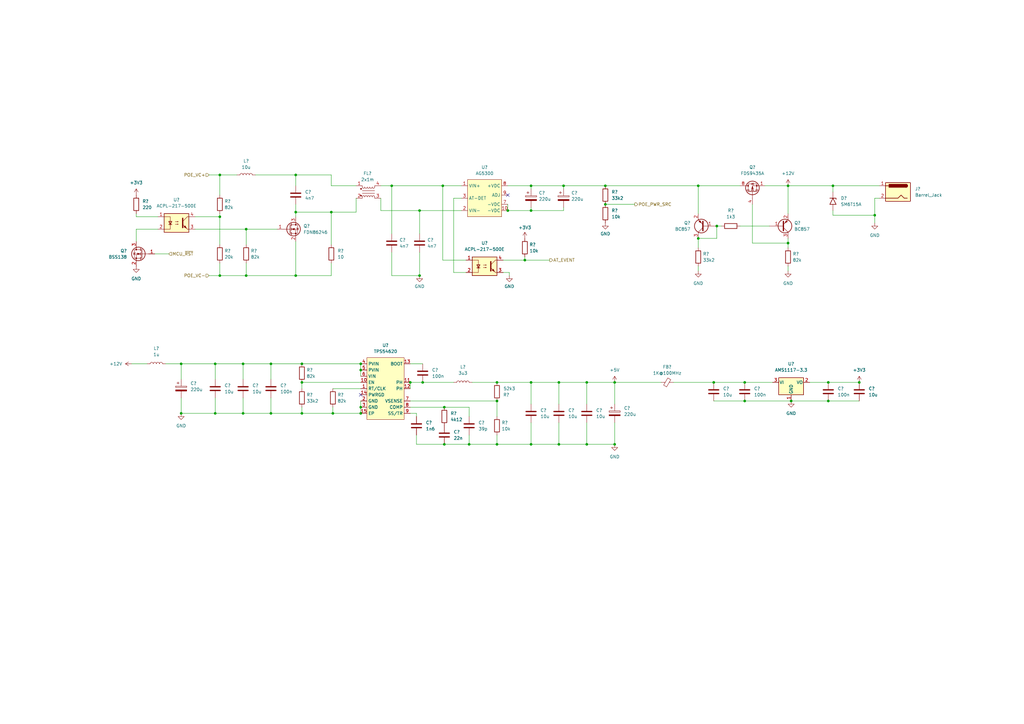
<source format=kicad_sch>
(kicad_sch (version 20211123) (generator eeschema)
  (paper "A3")
  (lib_symbols
    (symbol "Connector:Barrel_Jack" (pin_names (offset 1.016))
      (property "Reference" "J" (at 0 5.334 0))
      (property "Value" "Barrel_Jack" (at 0 -5.08 0))
      (symbol "Barrel_Jack_0_1"
        (rectangle (start -5.08 3.81) (end 5.08 -3.81) (stroke (width 0.254)) (fill (type background)))
        (arc (start -3.302 3.175) (mid -3.937 2.54) (end -3.302 1.905) (stroke (width 0.254)))
        (arc (start -3.302 3.175) (mid -3.937 2.54) (end -3.302 1.905) (stroke (width 0.254)) (fill (type outline)))
        (polyline (pts (xy 5.08 2.54) (xy 3.81 2.54)) (stroke (width 0.254)))
        (polyline (pts (xy -3.81 -2.54) (xy -2.54 -2.54) (xy -1.27 -1.27) (xy 0 -2.54) (xy 2.54 -2.54) (xy 5.08 -2.54)) (stroke (width 0.254)))
        (rectangle (start 3.683 3.175) (end -3.302 1.905) (stroke (width 0.254)) (fill (type outline)))
      )
      (symbol "Barrel_Jack_1_1"
        (pin passive line (at 7.62 2.54 180) (length 2.54) (name "~") (number "1"))
        (pin passive line (at 7.62 -2.54 180) (length 2.54) (name "~") (number "2"))
      )
    )
    (symbol "Device:C" (pin_numbers hide) (pin_names (offset 0.254))
      (property "Reference" "C" (at 0.635 2.54 0))
      (property "Value" "C" (at 0.635 -2.54 0))
      (symbol "C_0_1"
        (polyline (pts (xy -2.032 -0.762) (xy 2.032 -0.762)) (stroke (width 0.508)))
        (polyline (pts (xy -2.032 0.762) (xy 2.032 0.762)) (stroke (width 0.508)))
      )
      (symbol "C_1_1"
        (pin passive line (at 0 3.81 270) (length 2.794) (name "~") (number "1"))
        (pin passive line (at 0 -3.81 90) (length 2.794) (name "~") (number "2"))
      )
    )
    (symbol "Device:C_Polarized" (pin_numbers hide) (pin_names (offset 0.254))
      (property "Reference" "C" (at 0.635 2.54 0))
      (property "Value" "C_Polarized" (at 0.635 -2.54 0))
      (symbol "C_Polarized_0_1"
        (rectangle (start -2.286 0.508) (end 2.286 1.016))
        (polyline (pts (xy -1.778 2.286) (xy -0.762 2.286)))
        (polyline (pts (xy -1.27 2.794) (xy -1.27 1.778)))
        (rectangle (start 2.286 -0.508) (end -2.286 -1.016) (fill (type outline)))
      )
      (symbol "C_Polarized_1_1"
        (pin passive line (at 0 3.81 270) (length 2.794) (name "~") (number "1"))
        (pin passive line (at 0 -3.81 90) (length 2.794) (name "~") (number "2"))
      )
    )
    (symbol "Device:FerriteBead_Small" (pin_numbers hide) (pin_names (offset 0))
      (property "Reference" "FB" (at 1.905 1.27 0))
      (property "Value" "FerriteBead_Small" (at 1.905 -1.27 0))
      (symbol "FerriteBead_Small_0_1"
        (polyline (pts (xy 0 -1.27) (xy 0 -0.7874)))
        (polyline (pts (xy 0 0.889) (xy 0 1.2954)))
        (polyline (pts (xy -1.8288 0.2794) (xy -1.1176 1.4986) (xy 1.8288 -0.2032) (xy 1.1176 -1.4224) (xy -1.8288 0.2794)))
      )
      (symbol "FerriteBead_Small_1_1"
        (pin passive line (at 0 2.54 270) (length 1.27) (name "~") (number "1"))
        (pin passive line (at 0 -2.54 90) (length 1.27) (name "~") (number "2"))
      )
    )
    (symbol "Device:Filter_EMI_LL_1423" (pin_names hide)
      (property "Reference" "FL" (at 0 4.445 0))
      (property "Value" "Filter_EMI_LL_1423" (at 0 -4.445 0))
      (symbol "Filter_EMI_LL_1423_0_1"
        (circle (center -3.048 -1.27) (radius 0.254) (fill (type outline)))
        (circle (center -3.048 1.524) (radius 0.254) (fill (type outline)))
        (arc (start -2.54 2.032) (mid -2.032 1.524) (end -1.524 2.032))
        (arc (start -1.524 -2.032) (mid -2.032 -1.524) (end -2.54 -2.032))
        (arc (start -1.524 2.032) (mid -1.016 1.524) (end -0.508 2.032))
        (arc (start -0.508 -2.032) (mid -1.016 -1.524) (end -1.524 -2.032))
        (arc (start -0.508 2.032) (mid 0 1.524) (end 0.508 2.032))
        (polyline (pts (xy -2.54 -2.032) (xy -2.54 -2.54)))
        (polyline (pts (xy -2.54 0.508) (xy 2.54 0.508)))
        (polyline (pts (xy -2.54 2.032) (xy -2.54 2.54)))
        (polyline (pts (xy 2.54 -2.032) (xy 2.54 -2.54)))
        (polyline (pts (xy 2.54 -0.508) (xy -2.54 -0.508)))
        (polyline (pts (xy 2.54 2.54) (xy 2.54 2.032)))
        (arc (start 0.508 -2.032) (mid 0 -1.524) (end -0.508 -2.032))
        (arc (start 0.508 2.032) (mid 1.016 1.524) (end 1.524 2.032))
        (arc (start 1.524 -2.032) (mid 1.016 -1.524) (end 0.508 -2.032))
        (arc (start 1.524 2.032) (mid 2.032 1.524) (end 2.54 2.032))
        (arc (start 2.54 -2.032) (mid 2.032 -1.524) (end 1.524 -2.032))
      )
      (symbol "Filter_EMI_LL_1423_1_1"
        (pin passive line (at -5.08 -2.54 0) (length 2.54) (name "1") (number "1"))
        (pin passive line (at -5.08 2.54 0) (length 2.54) (name "2") (number "2"))
        (pin passive line (at 5.08 2.54 180) (length 2.54) (name "3") (number "3"))
        (pin passive line (at 5.08 -2.54 180) (length 2.54) (name "4") (number "4"))
      )
    )
    (symbol "Device:L" (pin_numbers hide) (pin_names (offset 1.016) hide)
      (property "Reference" "L" (at -1.27 0 90))
      (property "Value" "L" (at 1.905 0 90))
      (symbol "L_0_1"
        (arc (start 0 -2.54) (mid 0.635 -1.905) (end 0 -1.27))
        (arc (start 0 -1.27) (mid 0.635 -0.635) (end 0 0))
        (arc (start 0 0) (mid 0.635 0.635) (end 0 1.27))
        (arc (start 0 1.27) (mid 0.635 1.905) (end 0 2.54))
      )
      (symbol "L_1_1"
        (pin passive line (at 0 3.81 270) (length 1.27) (name "1") (number "1"))
        (pin passive line (at 0 -3.81 90) (length 1.27) (name "2") (number "2"))
      )
    )
    (symbol "Device:R" (pin_numbers hide) (pin_names (offset 0))
      (property "Reference" "R" (at 2.032 0 90))
      (property "Value" "R" (at 0 0 90))
      (symbol "R_0_1"
        (rectangle (start -1.016 -2.54) (end 1.016 2.54) (stroke (width 0.254)))
      )
      (symbol "R_1_1"
        (pin passive line (at 0 3.81 270) (length 1.27) (name "~") (number "1"))
        (pin passive line (at 0 -3.81 90) (length 1.27) (name "~") (number "2"))
      )
    )
    (symbol "Diode:SM6T15A" (pin_numbers hide) (pin_names (offset 1.016) hide)
      (property "Reference" "D" (at 0 2.54 0))
      (property "Value" "SM6T15A" (at 0 -2.54 0))
      (symbol "SM6T15A_0_1"
        (polyline (pts (xy -0.762 1.27) (xy -1.27 1.27) (xy -1.27 -1.27)) (stroke (width 0.254)))
        (polyline (pts (xy 1.27 1.27) (xy 1.27 -1.27) (xy -1.27 0) (xy 1.27 1.27)) (stroke (width 0.254)))
      )
      (symbol "SM6T15A_1_1"
        (pin passive line (at -3.81 0 0) (length 2.54) (name "A1") (number "1"))
        (pin passive line (at 3.81 0 180) (length 2.54) (name "A2") (number "2"))
      )
    )
    (symbol "Isolator:SFH617A-2X009T"
      (property "Reference" "U" (at -3.81 5.08 0))
      (property "Value" "SFH617A-2X009T" (at 0 -5.08 0))
      (symbol "SFH617A-2X009T_1_1"
        (rectangle (start -5.08 3.81) (end 5.08 -3.81) (stroke (width 0.254)) (fill (type background)))
        (polyline (pts (xy -3.175 -0.635) (xy -1.905 -0.635)) (stroke (width 0.254)))
        (polyline (pts (xy 2.54 0.635) (xy 4.445 2.54)))
        (polyline (pts (xy 4.445 -2.54) (xy 2.54 -0.635)) (fill (type outline)))
        (polyline (pts (xy 4.445 -2.54) (xy 5.08 -2.54)))
        (polyline (pts (xy 4.445 2.54) (xy 5.08 2.54)))
        (polyline (pts (xy -5.08 2.54) (xy -2.54 2.54) (xy -2.54 -0.762)))
        (polyline (pts (xy -2.54 -0.635) (xy -2.54 -2.54) (xy -5.08 -2.54)))
        (polyline (pts (xy 2.54 1.905) (xy 2.54 -1.905) (xy 2.54 -1.905)) (stroke (width 0.508)))
        (polyline (pts (xy -2.54 -0.635) (xy -3.175 0.635) (xy -1.905 0.635) (xy -2.54 -0.635)) (stroke (width 0.254)))
        (polyline (pts (xy -0.508 -0.508) (xy 0.762 -0.508) (xy 0.381 -0.635) (xy 0.381 -0.381) (xy 0.762 -0.508)))
        (polyline (pts (xy -0.508 0.508) (xy 0.762 0.508) (xy 0.381 0.381) (xy 0.381 0.635) (xy 0.762 0.508)))
        (polyline (pts (xy 3.048 -1.651) (xy 3.556 -1.143) (xy 4.064 -2.159) (xy 3.048 -1.651) (xy 3.048 -1.651)) (fill (type outline)))
        (pin passive line (at -7.62 2.54 0) (length 2.54) (name "~") (number "1"))
        (pin passive line (at -7.62 -2.54 0) (length 2.54) (name "~") (number "2"))
        (pin passive line (at 7.62 -2.54 180) (length 2.54) (name "~") (number "3"))
        (pin passive line (at 7.62 2.54 180) (length 2.54) (name "~") (number "4"))
      )
    )
    (symbol "Regulator_Linear:AMS1117-3.3" (pin_names (offset 0.254))
      (property "Reference" "U" (at -3.81 3.175 0))
      (property "Value" "AMS1117-3.3" (at 0 3.175 0))
      (symbol "AMS1117-3.3_0_1"
        (rectangle (start -5.08 -5.08) (end 5.08 1.905) (stroke (width 0.254)) (fill (type background)))
      )
      (symbol "AMS1117-3.3_1_1"
        (pin power_in line (at 0 -7.62 90) (length 2.54) (name "GND") (number "1"))
        (pin power_out line (at 7.62 0 180) (length 2.54) (name "VO") (number "2"))
        (pin power_in line (at -7.62 0 0) (length 2.54) (name "VI") (number "3"))
      )
    )
    (symbol "Transistor_BJT:BC857" (pin_names (offset 0) hide)
      (property "Reference" "Q" (at 5.08 1.905 0))
      (property "Value" "BC857" (at 5.08 0 0))
      (symbol "BC857_0_1"
        (polyline (pts (xy 0.635 0.635) (xy 2.54 2.54)))
        (polyline (pts (xy 0.635 -0.635) (xy 2.54 -2.54) (xy 2.54 -2.54)))
        (polyline (pts (xy 0.635 1.905) (xy 0.635 -1.905) (xy 0.635 -1.905)) (stroke (width 0.508)))
        (polyline (pts (xy 2.286 -1.778) (xy 1.778 -2.286) (xy 1.27 -1.27) (xy 2.286 -1.778) (xy 2.286 -1.778)) (fill (type outline)))
        (circle (center 1.27 0) (radius 2.8194) (stroke (width 0.254)))
      )
      (symbol "BC857_1_1"
        (pin input line (at -5.08 0 0) (length 5.715) (name "B") (number "1"))
        (pin passive line (at 2.54 -5.08 90) (length 2.54) (name "E") (number "2"))
        (pin passive line (at 2.54 5.08 270) (length 2.54) (name "C") (number "3"))
      )
    )
    (symbol "Transistor_FET:BSS138" (pin_names hide)
      (property "Reference" "Q" (at 5.08 1.905 0))
      (property "Value" "BSS138" (at 5.08 0 0))
      (symbol "BSS138_0_1"
        (polyline (pts (xy 0.254 0) (xy -2.54 0)))
        (polyline (pts (xy 0.254 1.905) (xy 0.254 -1.905)) (stroke (width 0.254)))
        (polyline (pts (xy 0.762 -1.27) (xy 0.762 -2.286)) (stroke (width 0.254)))
        (polyline (pts (xy 0.762 0.508) (xy 0.762 -0.508)) (stroke (width 0.254)))
        (polyline (pts (xy 0.762 2.286) (xy 0.762 1.27)) (stroke (width 0.254)))
        (polyline (pts (xy 2.54 2.54) (xy 2.54 1.778)))
        (polyline (pts (xy 2.54 -2.54) (xy 2.54 0) (xy 0.762 0)))
        (polyline (pts (xy 0.762 -1.778) (xy 3.302 -1.778) (xy 3.302 1.778) (xy 0.762 1.778)))
        (polyline (pts (xy 1.016 0) (xy 2.032 0.381) (xy 2.032 -0.381) (xy 1.016 0)) (fill (type outline)))
        (polyline (pts (xy 2.794 0.508) (xy 2.921 0.381) (xy 3.683 0.381) (xy 3.81 0.254)))
        (polyline (pts (xy 3.302 0.381) (xy 2.921 -0.254) (xy 3.683 -0.254) (xy 3.302 0.381)))
        (circle (center 1.651 0) (radius 2.794) (stroke (width 0.254)))
        (circle (center 2.54 -1.778) (radius 0.254) (fill (type outline)))
        (circle (center 2.54 1.778) (radius 0.254) (fill (type outline)))
      )
      (symbol "BSS138_1_1"
        (pin input line (at -5.08 0 0) (length 2.54) (name "G") (number "1"))
        (pin passive line (at 2.54 -5.08 90) (length 2.54) (name "S") (number "2"))
        (pin passive line (at 2.54 5.08 270) (length 2.54) (name "D") (number "3"))
      )
    )
    (symbol "Transistor_FET:FDS9435A" (pin_names hide)
      (property "Reference" "Q" (at 5.08 1.905 0))
      (property "Value" "FDS9435A" (at 5.08 0 0))
      (symbol "FDS9435A_0_1"
        (polyline (pts (xy 0.254 0) (xy -2.54 0)))
        (polyline (pts (xy 0.254 1.905) (xy 0.254 -1.905)) (stroke (width 0.254)))
        (polyline (pts (xy 0.762 -1.27) (xy 0.762 -2.286)) (stroke (width 0.254)))
        (polyline (pts (xy 0.762 0.508) (xy 0.762 -0.508)) (stroke (width 0.254)))
        (polyline (pts (xy 0.762 2.286) (xy 0.762 1.27)) (stroke (width 0.254)))
        (polyline (pts (xy 2.54 2.54) (xy 2.54 1.778)))
        (polyline (pts (xy 2.54 -2.54) (xy 2.54 0) (xy 0.762 0)))
        (polyline (pts (xy 0.762 1.778) (xy 3.302 1.778) (xy 3.302 -1.778) (xy 0.762 -1.778)))
        (polyline (pts (xy 2.286 0) (xy 1.27 0.381) (xy 1.27 -0.381) (xy 2.286 0)) (fill (type outline)))
        (polyline (pts (xy 2.794 -0.508) (xy 2.921 -0.381) (xy 3.683 -0.381) (xy 3.81 -0.254)))
        (polyline (pts (xy 3.302 -0.381) (xy 2.921 0.254) (xy 3.683 0.254) (xy 3.302 -0.381)))
        (circle (center 1.651 0) (radius 2.794) (stroke (width 0.254)))
        (circle (center 2.54 -1.778) (radius 0.254) (fill (type outline)))
        (circle (center 2.54 1.778) (radius 0.254) (fill (type outline)))
      )
      (symbol "FDS9435A_1_1"
        (pin passive line (at 2.54 -5.08 90) (length 2.54) (name "S") (number "1"))
        (pin passive line (at 2.54 -5.08 90) (length 2.54) hide (name "S") (number "2"))
        (pin passive line (at 2.54 -5.08 90) (length 2.54) hide (name "S") (number "3"))
        (pin passive line (at -5.08 0 0) (length 2.54) (name "G") (number "4"))
        (pin passive line (at 2.54 5.08 270) (length 2.54) hide (name "D") (number "5"))
        (pin passive line (at 2.54 5.08 270) (length 2.54) hide (name "D") (number "6"))
        (pin passive line (at 2.54 5.08 270) (length 2.54) hide (name "D") (number "7"))
        (pin passive line (at 2.54 5.08 270) (length 2.54) (name "D") (number "8"))
      )
    )
    (symbol "kirdy:AG5300"
      (property "Reference" "U" (at 6.35 -6.35 0))
      (property "Value" "AG5300" (at -2.54 -6.35 0))
      (symbol "AG5300_0_0"
        (pin power_in line (at -8.89 7.62 0) (length 2.54) (name "VIN+") (number "1"))
        (pin power_out line (at 10.16 -2.54 180) (length 2.54) (name "-VDC") (number "10"))
        (pin power_in line (at -8.89 -2.54 0) (length 2.54) (name "VIN-") (number "2"))
        (pin output line (at -8.89 2.54 0) (length 2.54) (name "AT-DET") (number "3"))
        (pin no_connect line (at -0.635 5.715 90) (length 2.54) hide (name "NC") (number "4"))
        (pin no_connect line (at 0.635 5.715 90) (length 2.54) hide (name "NC") (number "5"))
        (pin no_connect line (at 1.905 5.715 90) (length 2.54) hide (name "NC") (number "6"))
        (pin power_out line (at 10.16 0 180) (length 2.54) (name "-VDC") (number "7"))
        (pin power_out line (at 10.16 7.62 180) (length 2.54) (name "+VDC") (number "8"))
        (pin input line (at 10.16 3.81 180) (length 2.54) (name "ADJ") (number "9"))
      )
      (symbol "AG5300_0_1"
        (rectangle (start -6.35 10.16) (end 7.62 -5.08) (fill (type background)))
      )
    )
    (symbol "kirdy:TPS54620"
      (property "Reference" "U" (at 0 -17.78 0))
      (property "Value" "TPS54620" (at 0 -15.24 0))
      (symbol "TPS54620_0_0"
        (pin input line (at -10.16 0 0) (length 2.54) (name "RT/CLK") (number "1"))
        (pin input line (at -10.16 2.54 0) (length 2.54) (name "EN") (number "10"))
        (pin power_out line (at 10.16 2.54 180) (length 2.54) (name "PH") (number "11"))
        (pin passive line (at 10.16 0 180) (length 2.54) (name "PH") (number "12"))
        (pin input line (at 10.16 10.16 180) (length 2.54) (name "BOOT") (number "13"))
        (pin output line (at -10.16 -2.54 0) (length 2.54) (name "PWRGD") (number "14"))
        (pin power_in line (at -10.16 -10.16 0) (length 2.54) (name "EP") (number "15"))
        (pin power_in line (at -10.16 -5.08 0) (length 2.54) (name "GND") (number "2"))
        (pin power_in line (at -10.16 -7.62 0) (length 2.54) (name "GND") (number "3"))
        (pin power_in line (at -10.16 10.16 0) (length 2.54) (name "PVIN") (number "4"))
        (pin power_in line (at -10.16 7.62 0) (length 2.54) (name "PVIN") (number "5"))
        (pin power_in line (at -10.16 5.08 0) (length 2.54) (name "VIN") (number "6"))
        (pin input line (at 10.16 -5.08 180) (length 2.54) (name "VSENSE") (number "7"))
        (pin output line (at 10.16 -7.62 180) (length 2.54) (name "COMP") (number "8"))
        (pin output line (at 10.16 -10.16 180) (length 2.54) (name "SS/TR") (number "9"))
      )
      (symbol "TPS54620_0_1"
        (rectangle (start -7.62 12.7) (end 7.62 -12.7) (fill (type background)))
      )
    )
    (symbol "power:+12V" (power) (pin_names (offset 0))
      (property "Value" "+12V" (at 0 3.556 0))
      (symbol "+12V_0_1"
        (polyline (pts (xy -0.762 1.27) (xy 0 2.54)))
        (polyline (pts (xy 0 0) (xy 0 2.54)))
        (polyline (pts (xy 0 2.54) (xy 0.762 1.27)))
      )
      (symbol "+12V_1_1"
        (pin power_in line (at 0 0 90) (length 0) hide (name "+12V") (number "1"))
      )
    )
    (symbol "power:+3V3" (power) (pin_names (offset 0))
      (property "Value" "+3V3" (at 0 3.556 0))
      (symbol "+3V3_0_1"
        (polyline (pts (xy -0.762 1.27) (xy 0 2.54)))
        (polyline (pts (xy 0 0) (xy 0 2.54)))
        (polyline (pts (xy 0 2.54) (xy 0.762 1.27)))
      )
      (symbol "+3V3_1_1"
        (pin power_in line (at 0 0 90) (length 0) hide (name "+3V3") (number "1"))
      )
    )
    (symbol "power:+5V" (power) (pin_names (offset 0))
      (property "Value" "+5V" (at 0 3.556 0))
      (symbol "+5V_0_1"
        (polyline (pts (xy -0.762 1.27) (xy 0 2.54)))
        (polyline (pts (xy 0 0) (xy 0 2.54)))
        (polyline (pts (xy 0 2.54) (xy 0.762 1.27)))
      )
      (symbol "+5V_1_1"
        (pin power_in line (at 0 0 90) (length 0) hide (name "+5V") (number "1"))
      )
    )
    (symbol "power:GND" (power) (pin_names (offset 0))
      (property "Value" "GND" (at 0 -3.81 0))
      (symbol "GND_0_1"
        (polyline (pts (xy 0 0) (xy 0 -1.27) (xy 1.27 -1.27) (xy 0 -2.54) (xy -1.27 -1.27) (xy 0 -1.27)))
      )
      (symbol "GND_1_1"
        (pin power_in line (at 0 0 270) (length 0) hide (name "GND") (number "1"))
      )
    )
  )
  (junction (at 88.265 149.225))
  (junction (at 352.425 156.845))
  (junction (at 323.215 99.695))
  (junction (at 182.245 182.245))
  (junction (at 147.955 167.005))
  (junction (at 100.965 93.98))
  (junction (at 252.095 182.245))
  (junction (at 182.245 167.005))
  (junction (at 121.285 86.995))
  (junction (at 305.435 164.465))
  (junction (at 229.235 156.845))
  (junction (at 203.835 156.845))
  (junction (at 90.17 113.03))
  (junction (at 135.89 86.995))
  (junction (at 294.005 92.71))
  (junction (at 252.095 156.845))
  (junction (at 111.125 169.545))
  (junction (at 168.275 156.845))
  (junction (at 172.085 113.03))
  (junction (at 136.525 169.545))
  (junction (at 74.295 169.545))
  (junction (at 248.285 83.82))
  (junction (at 358.775 88.265))
  (junction (at 90.17 88.9))
  (junction (at 240.665 182.245))
  (junction (at 147.955 149.225))
  (junction (at 203.835 182.245))
  (junction (at 324.485 164.465))
  (junction (at 121.285 113.03))
  (junction (at 240.665 156.845))
  (junction (at 111.125 149.225))
  (junction (at 339.725 164.465))
  (junction (at 181.61 76.2))
  (junction (at 160.655 76.2))
  (junction (at 121.285 71.755))
  (junction (at 123.825 169.545))
  (junction (at 305.435 156.845))
  (junction (at 339.725 156.845))
  (junction (at 203.835 164.465))
  (junction (at 248.285 76.2))
  (junction (at 217.805 182.245))
  (junction (at 286.385 76.2))
  (junction (at 292.735 156.845))
  (junction (at 217.805 156.845))
  (junction (at 217.805 76.2))
  (junction (at 88.265 169.545))
  (junction (at 231.14 76.2))
  (junction (at 217.805 86.36))
  (junction (at 123.825 149.225))
  (junction (at 74.295 149.225))
  (junction (at 341.63 76.2))
  (junction (at 90.17 71.755))
  (junction (at 99.695 169.545))
  (junction (at 215.265 106.68))
  (junction (at 100.965 113.03))
  (junction (at 286.385 97.79))
  (junction (at 147.955 151.765))
  (junction (at 229.235 182.245))
  (junction (at 192.405 182.245))
  (junction (at 99.695 149.225))
  (junction (at 172.085 86.36))
  (junction (at 323.215 76.2))
  (junction (at 123.825 156.845))
  (junction (at 147.955 169.545))
  (junction (at 173.355 156.845))
  (junction (at 208.28 86.36))
  (no_connect (at 208.28 80.01))
  (no_connect (at 147.955 161.925))
  (wire (pts (xy 104.775 71.755) (xy 121.285 71.755)))
  (wire (pts (xy 121.285 86.995) (xy 121.285 88.9)))
  (wire (pts (xy 136.525 167.005) (xy 136.525 169.545)))
  (wire (pts (xy 146.05 76.2) (xy 135.89 76.2)))
  (wire (pts (xy 88.265 149.225) (xy 99.695 149.225)))
  (wire (pts (xy 147.955 164.465) (xy 147.955 167.005)))
  (wire (pts (xy 217.805 85.09) (xy 217.805 86.36)))
  (wire (pts (xy 80.01 93.98) (xy 100.965 93.98)))
  (wire (pts (xy 217.805 86.36) (xy 231.14 86.36)))
  (wire (pts (xy 111.125 149.225) (xy 123.825 149.225)))
  (wire (pts (xy 63.5 104.14) (xy 69.215 104.14)))
  (wire (pts (xy 160.655 113.03) (xy 172.085 113.03)))
  (wire (pts (xy 135.89 86.995) (xy 135.89 100.33)))
  (wire (pts (xy 99.695 163.195) (xy 99.695 169.545)))
  (wire (pts (xy 146.05 81.28) (xy 146.05 86.995)))
  (wire (pts (xy 208.28 83.82) (xy 208.28 86.36)))
  (wire (pts (xy 172.085 103.505) (xy 172.085 113.03)))
  (wire (pts (xy 136.525 159.385) (xy 147.955 159.385)))
  (wire (pts (xy 229.235 182.245) (xy 240.665 182.245)))
  (wire (pts (xy 341.63 76.2) (xy 360.68 76.2)))
  (wire (pts (xy 99.695 169.545) (xy 111.125 169.545)))
  (wire (pts (xy 111.125 169.545) (xy 123.825 169.545)))
  (wire (pts (xy 156.21 86.36) (xy 172.085 86.36)))
  (wire (pts (xy 292.735 164.465) (xy 305.435 164.465)))
  (wire (pts (xy 170.815 178.435) (xy 170.815 182.245)))
  (wire (pts (xy 203.835 182.245) (xy 203.835 178.435)))
  (wire (pts (xy 182.245 167.005) (xy 192.405 167.005)))
  (wire (pts (xy 217.805 156.845) (xy 217.805 165.735)))
  (wire (pts (xy 53.975 149.225) (xy 60.325 149.225)))
  (wire (pts (xy 313.69 76.2) (xy 323.215 76.2)))
  (wire (pts (xy 231.14 76.2) (xy 248.285 76.2)))
  (wire (pts (xy 147.955 149.225) (xy 147.955 151.765)))
  (wire (pts (xy 85.725 113.03) (xy 90.17 113.03)))
  (wire (pts (xy 80.01 88.9) (xy 90.17 88.9)))
  (wire (pts (xy 168.275 149.225) (xy 173.355 149.225)))
  (wire (pts (xy 123.825 156.845) (xy 123.825 159.385)))
  (wire (pts (xy 208.28 86.36) (xy 217.805 86.36)))
  (wire (pts (xy 100.965 113.03) (xy 100.965 107.95)))
  (wire (pts (xy 123.825 167.005) (xy 123.825 169.545)))
  (wire (pts (xy 74.295 163.195) (xy 74.295 169.545)))
  (wire (pts (xy 240.665 156.845) (xy 240.665 165.735)))
  (wire (pts (xy 252.095 182.245) (xy 252.095 173.355)))
  (wire (pts (xy 121.285 86.995) (xy 135.89 86.995)))
  (wire (pts (xy 305.435 156.845) (xy 316.865 156.845)))
  (wire (pts (xy 252.095 156.845) (xy 271.145 156.845)))
  (wire (pts (xy 99.695 149.225) (xy 111.125 149.225)))
  (wire (pts (xy 135.89 71.755) (xy 121.285 71.755)))
  (wire (pts (xy 168.275 164.465) (xy 203.835 164.465)))
  (wire (pts (xy 90.17 80.01) (xy 90.17 71.755)))
  (wire (pts (xy 252.095 156.845) (xy 252.095 165.735)))
  (wire (pts (xy 323.215 76.2) (xy 323.215 87.63)))
  (wire (pts (xy 123.825 156.845) (xy 147.955 156.845)))
  (wire (pts (xy 135.89 113.03) (xy 121.285 113.03)))
  (wire (pts (xy 358.775 81.28) (xy 360.68 81.28)))
  (wire (pts (xy 341.63 86.36) (xy 341.63 88.265)))
  (wire (pts (xy 88.265 169.545) (xy 99.695 169.545)))
  (wire (pts (xy 215.265 106.68) (xy 225.425 106.68)))
  (wire (pts (xy 136.525 169.545) (xy 147.955 169.545)))
  (wire (pts (xy 90.17 113.03) (xy 100.965 113.03)))
  (wire (pts (xy 339.725 156.845) (xy 352.425 156.845)))
  (wire (pts (xy 135.89 107.95) (xy 135.89 113.03)))
  (wire (pts (xy 231.14 76.2) (xy 231.14 77.47)))
  (wire (pts (xy 123.825 149.225) (xy 147.955 149.225)))
  (wire (pts (xy 248.285 76.2) (xy 286.385 76.2)))
  (wire (pts (xy 156.21 81.28) (xy 156.21 86.36)))
  (wire (pts (xy 55.88 93.98) (xy 64.77 93.98)))
  (wire (pts (xy 74.295 155.575) (xy 74.295 149.225)))
  (wire (pts (xy 206.375 111.76) (xy 208.915 111.76)))
  (wire (pts (xy 181.61 76.2) (xy 181.61 106.68)))
  (wire (pts (xy 121.285 113.03) (xy 100.965 113.03)))
  (wire (pts (xy 217.805 156.845) (xy 229.235 156.845)))
  (wire (pts (xy 90.17 87.63) (xy 90.17 88.9)))
  (wire (pts (xy 90.17 71.755) (xy 97.155 71.755)))
  (wire (pts (xy 172.085 86.36) (xy 172.085 95.885)))
  (wire (pts (xy 208.915 111.76) (xy 208.915 113.03)))
  (wire (pts (xy 55.88 99.06) (xy 55.88 93.98)))
  (wire (pts (xy 203.835 156.845) (xy 217.805 156.845)))
  (wire (pts (xy 332.105 156.845) (xy 339.725 156.845)))
  (wire (pts (xy 123.825 169.545) (xy 136.525 169.545)))
  (wire (pts (xy 170.815 182.245) (xy 182.245 182.245)))
  (wire (pts (xy 323.215 76.2) (xy 341.63 76.2)))
  (wire (pts (xy 341.63 76.2) (xy 341.63 78.74)))
  (wire (pts (xy 192.405 182.245) (xy 203.835 182.245)))
  (wire (pts (xy 173.355 156.845) (xy 186.055 156.845)))
  (wire (pts (xy 121.285 71.755) (xy 121.285 76.2)))
  (wire (pts (xy 206.375 106.68) (xy 215.265 106.68)))
  (wire (pts (xy 186.055 111.76) (xy 191.135 111.76)))
  (wire (pts (xy 90.17 88.9) (xy 90.17 100.33)))
  (wire (pts (xy 111.125 163.195) (xy 111.125 169.545)))
  (wire (pts (xy 294.005 92.71) (xy 295.91 92.71)))
  (wire (pts (xy 100.965 93.98) (xy 113.665 93.98)))
  (wire (pts (xy 55.88 87.63) (xy 55.88 88.9)))
  (wire (pts (xy 203.835 182.245) (xy 217.805 182.245)))
  (wire (pts (xy 341.63 88.265) (xy 358.775 88.265)))
  (wire (pts (xy 286.385 97.79) (xy 286.385 101.6)))
  (wire (pts (xy 286.385 76.2) (xy 286.385 87.63)))
  (wire (pts (xy 100.965 93.98) (xy 100.965 100.33)))
  (wire (pts (xy 229.235 156.845) (xy 240.665 156.845)))
  (wire (pts (xy 181.61 76.2) (xy 189.23 76.2)))
  (wire (pts (xy 90.17 107.95) (xy 90.17 113.03)))
  (wire (pts (xy 215.265 105.41) (xy 215.265 106.68)))
  (wire (pts (xy 74.295 149.225) (xy 88.265 149.225)))
  (wire (pts (xy 308.61 83.82) (xy 308.61 99.695)))
  (wire (pts (xy 231.14 86.36) (xy 231.14 85.09)))
  (wire (pts (xy 217.805 76.2) (xy 217.805 77.47)))
  (wire (pts (xy 160.655 103.505) (xy 160.655 113.03)))
  (wire (pts (xy 147.955 167.005) (xy 147.955 169.545)))
  (wire (pts (xy 276.225 156.845) (xy 292.735 156.845)))
  (wire (pts (xy 358.775 88.265) (xy 358.775 81.28)))
  (wire (pts (xy 323.215 109.22) (xy 323.215 111.125)))
  (wire (pts (xy 286.385 109.22) (xy 286.385 111.125)))
  (wire (pts (xy 88.265 149.225) (xy 88.265 155.575)))
  (wire (pts (xy 305.435 164.465) (xy 324.485 164.465)))
  (wire (pts (xy 203.835 170.815) (xy 203.835 164.465)))
  (wire (pts (xy 168.275 156.845) (xy 173.355 156.845)))
  (wire (pts (xy 147.955 151.765) (xy 147.955 154.305)))
  (wire (pts (xy 121.285 99.06) (xy 121.285 113.03)))
  (wire (pts (xy 170.815 169.545) (xy 170.815 170.815)))
  (wire (pts (xy 193.675 156.845) (xy 203.835 156.845)))
  (wire (pts (xy 286.385 97.79) (xy 294.005 97.79)))
  (wire (pts (xy 189.23 81.28) (xy 186.055 81.28)))
  (wire (pts (xy 146.05 86.995) (xy 135.89 86.995)))
  (wire (pts (xy 248.285 83.82) (xy 260.35 83.82)))
  (wire (pts (xy 172.085 86.36) (xy 189.23 86.36)))
  (wire (pts (xy 229.235 156.845) (xy 229.235 165.735)))
  (wire (pts (xy 88.265 163.195) (xy 88.265 169.545)))
  (wire (pts (xy 192.405 182.245) (xy 192.405 178.435)))
  (wire (pts (xy 294.005 97.79) (xy 294.005 92.71)))
  (wire (pts (xy 181.61 106.68) (xy 191.135 106.68)))
  (wire (pts (xy 240.665 173.355) (xy 240.665 182.245)))
  (wire (pts (xy 121.285 83.82) (xy 121.285 86.995)))
  (wire (pts (xy 217.805 173.355) (xy 217.805 182.245)))
  (wire (pts (xy 168.275 169.545) (xy 170.815 169.545)))
  (wire (pts (xy 217.805 76.2) (xy 231.14 76.2)))
  (wire (pts (xy 182.245 182.245) (xy 192.405 182.245)))
  (wire (pts (xy 186.055 81.28) (xy 186.055 111.76)))
  (wire (pts (xy 74.295 169.545) (xy 88.265 169.545)))
  (wire (pts (xy 135.89 76.2) (xy 135.89 71.755)))
  (wire (pts (xy 67.945 149.225) (xy 74.295 149.225)))
  (wire (pts (xy 286.385 76.2) (xy 303.53 76.2)))
  (wire (pts (xy 229.235 173.355) (xy 229.235 182.245)))
  (wire (pts (xy 111.125 149.225) (xy 111.125 155.575)))
  (wire (pts (xy 192.405 167.005) (xy 192.405 170.815)))
  (wire (pts (xy 240.665 182.245) (xy 252.095 182.245)))
  (wire (pts (xy 160.655 76.2) (xy 181.61 76.2)))
  (wire (pts (xy 323.215 99.695) (xy 323.215 101.6)))
  (wire (pts (xy 308.61 99.695) (xy 323.215 99.695)))
  (wire (pts (xy 339.725 164.465) (xy 352.425 164.465)))
  (wire (pts (xy 168.275 167.005) (xy 182.245 167.005)))
  (wire (pts (xy 292.735 156.845) (xy 305.435 156.845)))
  (wire (pts (xy 303.53 92.71) (xy 315.595 92.71)))
  (wire (pts (xy 99.695 155.575) (xy 99.695 149.225)))
  (wire (pts (xy 168.275 156.845) (xy 168.275 159.385)))
  (wire (pts (xy 85.725 71.755) (xy 90.17 71.755)))
  (wire (pts (xy 156.21 76.2) (xy 160.655 76.2)))
  (wire (pts (xy 55.88 88.9) (xy 64.77 88.9)))
  (wire (pts (xy 160.655 76.2) (xy 160.655 95.885)))
  (wire (pts (xy 323.215 97.79) (xy 323.215 99.695)))
  (wire (pts (xy 240.665 156.845) (xy 252.095 156.845)))
  (wire (pts (xy 217.805 182.245) (xy 229.235 182.245)))
  (wire (pts (xy 358.775 91.44) (xy 358.775 88.265)))
  (wire (pts (xy 208.28 76.2) (xy 217.805 76.2)))
  (wire (pts (xy 324.485 164.465) (xy 339.725 164.465)))
  (hierarchical_label "POE_PWR_SRC" (shape output) (at 260.35 83.82 0))
  (hierarchical_label "POE_VC+" (shape input) (at 85.725 71.755 180))
  (hierarchical_label "AT_EVENT" (shape output) (at 225.425 106.68 0))
  (hierarchical_label "POE_VC-" (shape input) (at 85.725 113.03 180))
  (hierarchical_label "MCU_~{RST}" (shape input) (at 69.215 104.14 0))
  (symbol (lib_id "Device:L") (at 189.865 156.845 90) (unit 1)
    (property "Reference" "L?" (at 189.865 150.495 90))
    (property "Value" "3u3" (at 189.865 153.035 90))
  )
  (symbol (lib_id "Transistor_FET:BSS138") (at 118.745 93.98 0) (unit 1)
    (property "Reference" "Q?" (at 124.46 92.7099 0) (effects (justify left)))
    (property "Value" "FDN86246" (at 124.46 95.2499 0) (effects (justify left)))
    (property "Footprint" "Package_TO_SOT_SMD:SOT-23" (effects hide))
    (property "Datasheet" "https://www.onsemi.com/pub/Collateral/BSS138-D.PDF" (effects hide))
  )
  (symbol (lib_id "Device:R") (at 90.17 104.14 0) (unit 1)
    (property "Reference" "R?" (at 92.075 102.8699 0) (effects (justify left)))
    (property "Value" "20k" (at 92.075 105.4099 0) (effects (justify left)))
  )
  (symbol (lib_id "Device:L") (at 100.965 71.755 90) (unit 1)
    (property "Reference" "L?" (at 100.965 66.04 90))
    (property "Value" "10u" (at 100.965 68.58 90))
  )
  (symbol (lib_id "Device:C") (at 170.815 174.625 0) (unit 1)
    (property "Reference" "C?" (at 174.625 173.3549 0) (effects (justify left)))
    (property "Value" "1n6" (at 174.625 175.8949 0) (effects (justify left)))
  )
  (symbol (lib_id "Isolator:SFH617A-2X009T") (at 72.39 91.44 0) (unit 1)
    (property "Reference" "U?" (at 72.39 81.915 0))
    (property "Value" "ACPL-217-500E" (at 72.39 84.455 0))
    (property "Footprint" "Package_DIP:SMDIP-4_W7.62mm" (effects hide))
    (property "Datasheet" "http://www.vishay.com/docs/83740/sfh617a.pdf" (effects hide))
  )
  (symbol (lib_id "Device:C") (at 121.285 80.01 0) (unit 1)
    (property "Reference" "C?" (at 125.095 78.7399 0) (effects (justify left)))
    (property "Value" "4n7" (at 125.095 81.2799 0) (effects (justify left)))
  )
  (symbol (lib_id "Device:C") (at 240.665 169.545 0) (unit 1)
    (property "Reference" "C?" (at 244.475 168.2749 0) (effects (justify left)))
    (property "Value" "10u" (at 244.475 170.8149 0) (effects (justify left)))
  )
  (symbol (lib_id "Device:R") (at 100.965 104.14 0) (unit 1)
    (property "Reference" "R?" (at 102.87 102.8699 0) (effects (justify left)))
    (property "Value" "82k" (at 102.87 105.4099 0) (effects (justify left)))
  )
  (symbol (lib_id "power:GND") (at 172.085 113.03 0) (unit 1)
    (property "Reference" "#PWR?" (effects hide))
    (property "Value" "GND" (at 172.085 117.475 0))
  )
  (symbol (lib_id "Device:C") (at 160.655 99.695 0) (unit 1)
    (property "Reference" "C?" (at 163.83 98.4249 0) (effects (justify left)))
    (property "Value" "4n7" (at 163.83 100.9649 0) (effects (justify left)))
  )
  (symbol (lib_id "power:GND") (at 358.775 91.44 0) (unit 1)
    (property "Reference" "#PWR?" (effects hide))
    (property "Value" "GND" (at 358.775 96.52 0))
  )
  (symbol (lib_id "power:GND") (at 323.215 111.125 0) (unit 1)
    (property "Reference" "#PWR?" (effects hide))
    (property "Value" "GND" (at 323.215 116.205 0))
  )
  (symbol (lib_id "power:GND") (at 208.915 113.03 0) (unit 1)
    (property "Reference" "#PWR?" (effects hide))
    (property "Value" "GND" (at 208.915 117.475 0))
  )
  (symbol (lib_id "Device:R") (at 182.245 170.815 0) (unit 1)
    (property "Reference" "R?" (at 184.785 169.5449 0) (effects (justify left)))
    (property "Value" "4k12" (at 184.785 172.0849 0) (effects (justify left)))
  )
  (symbol (lib_id "Device:C") (at 292.735 160.655 0) (unit 1)
    (property "Reference" "C?" (at 296.545 159.3849 0) (effects (justify left)))
    (property "Value" "10u" (at 296.545 161.9249 0) (effects (justify left)))
  )
  (symbol (lib_id "Device:C") (at 339.725 160.655 0) (unit 1)
    (property "Reference" "C?" (at 343.535 159.3849 0) (effects (justify left)))
    (property "Value" "100n" (at 343.535 161.9249 0) (effects (justify left)))
  )
  (symbol (lib_id "power:+12V") (at 323.215 76.2 0) (unit 1)
    (property "Reference" "#PWR?" (effects hide))
    (property "Value" "+12V" (at 323.215 71.12 0))
  )
  (symbol (lib_id "power:GND") (at 286.385 111.125 0) (unit 1)
    (property "Reference" "#PWR?" (effects hide))
    (property "Value" "GND" (at 286.385 116.205 0))
  )
  (symbol (lib_id "Device:C") (at 88.265 159.385 0) (unit 1)
    (property "Reference" "C?" (at 92.075 158.1149 0) (effects (justify left)))
    (property "Value" "10u" (at 92.075 160.6549 0) (effects (justify left)))
  )
  (symbol (lib_id "Device:R") (at 123.825 153.035 0) (unit 1)
    (property "Reference" "R?" (at 125.73 151.7649 0) (effects (justify left)))
    (property "Value" "82k" (at 125.73 154.3049 0) (effects (justify left)))
  )
  (symbol (lib_id "Device:C_Polarized") (at 252.095 169.545 0) (unit 1)
    (property "Reference" "C?" (at 255.905 167.3859 0) (effects (justify left)))
    (property "Value" "220u" (at 255.905 169.9259 0) (effects (justify left)))
  )
  (symbol (lib_id "Device:C") (at 173.355 153.035 0) (unit 1)
    (property "Reference" "C?" (at 177.165 151.7649 0) (effects (justify left)))
    (property "Value" "100n" (at 177.165 154.3049 0) (effects (justify left)))
  )
  (symbol (lib_id "Diode:SM6T15A") (at 341.63 82.55 270) (unit 1)
    (property "Reference" "D?" (at 344.805 81.2799 90) (effects (justify left)))
    (property "Value" "SM6T15A" (at 344.805 83.8199 90) (effects (justify left)))
    (property "Footprint" "Diode_SMD:D_SMB" (effects hide))
    (property "Datasheet" "https://www.st.com/resource/en/datasheet/sm6t.pdf" (effects hide))
  )
  (symbol (lib_id "Device:C") (at 229.235 169.545 0) (unit 1)
    (property "Reference" "C?" (at 233.045 168.2749 0) (effects (justify left)))
    (property "Value" "10u" (at 233.045 170.8149 0) (effects (justify left)))
  )
  (symbol (lib_id "Device:R") (at 203.835 160.655 180) (unit 1)
    (property "Reference" "R?" (at 207.645 161.925 0))
    (property "Value" "52k3" (at 208.915 159.385 0))
  )
  (symbol (lib_id "Device:C") (at 192.405 174.625 0) (unit 1)
    (property "Reference" "C?" (at 196.215 173.3549 0) (effects (justify left)))
    (property "Value" "39p" (at 196.215 175.8949 0) (effects (justify left)))
  )
  (symbol (lib_id "power:+3V3") (at 55.88 80.01 0) (unit 1)
    (property "Reference" "#PWR?" (effects hide))
    (property "Value" "+3V3" (at 55.88 74.93 0))
  )
  (symbol (lib_id "Device:R") (at 248.285 80.01 0) (unit 1)
    (property "Reference" "R?" (at 250.825 78.7399 0) (effects (justify left)))
    (property "Value" "33k2" (at 250.825 81.2799 0) (effects (justify left)))
  )
  (symbol (lib_id "kirdy:AG5300") (at 198.12 83.82 0) (unit 1)
    (property "Reference" "U?" (at 198.755 68.58 0))
    (property "Value" "AG5300" (at 198.755 71.12 0))
    (property "Footprint" "kirdy:AG5300" (effects hide))
    (property "Datasheet" "https://silvertel.com/images/datasheets/Ag5300-datasheet-smallest-30W-Power-Over-Ethernet-Plus-Module-PoEplusPD.pdf" (effects hide))
  )
  (symbol (lib_id "power:GND") (at 74.295 169.545 0) (unit 1)
    (property "Reference" "#PWR?" (effects hide))
    (property "Value" "GND" (at 74.295 174.625 0))
  )
  (symbol (lib_id "power:GND") (at 55.88 109.22 0) (unit 1)
    (property "Reference" "#PWR?" (effects hide))
    (property "Value" "GND" (at 55.88 114.3 0))
  )
  (symbol (lib_id "Device:R") (at 299.72 92.71 90) (unit 1)
    (property "Reference" "R?" (at 299.72 86.36 90))
    (property "Value" "1k3" (at 299.72 88.9 90))
  )
  (symbol (lib_id "Device:C_Polarized") (at 231.14 81.28 0) (unit 1)
    (property "Reference" "C?" (at 234.315 79.1209 0) (effects (justify left)))
    (property "Value" "220u" (at 234.315 81.6609 0) (effects (justify left)))
  )
  (symbol (lib_id "power:+5V") (at 252.095 156.845 0) (unit 1)
    (property "Reference" "#PWR?" (effects hide))
    (property "Value" "+5V" (at 252.095 151.765 0))
  )
  (symbol (lib_id "Device:R") (at 286.385 105.41 0) (unit 1)
    (property "Reference" "R?" (at 288.29 104.1399 0) (effects (justify left)))
    (property "Value" "33k2" (at 288.29 106.6799 0) (effects (justify left)))
  )
  (symbol (lib_id "Device:R") (at 55.88 83.82 0) (unit 1)
    (property "Reference" "R?" (at 58.42 82.5499 0) (effects (justify left)))
    (property "Value" "220" (at 58.42 85.0899 0) (effects (justify left)))
  )
  (symbol (lib_id "Transistor_FET:BSS138") (at 58.42 104.14 0) (mirror y) (unit 1)
    (property "Reference" "Q?" (at 52.07 102.8699 0) (effects (justify left)))
    (property "Value" "BSS138" (at 52.07 105.4099 0) (effects (justify left)))
    (property "Footprint" "Package_TO_SOT_SMD:SOT-23" (effects hide))
    (property "Datasheet" "https://www.onsemi.com/pub/Collateral/BSS138-D.PDF" (effects hide))
  )
  (symbol (lib_id "Device:C_Polarized") (at 217.805 81.28 0) (unit 1)
    (property "Reference" "C?" (at 220.98 79.1209 0) (effects (justify left)))
    (property "Value" "220u" (at 220.98 81.6609 0) (effects (justify left)))
  )
  (symbol (lib_id "Device:R") (at 203.835 174.625 0) (unit 1)
    (property "Reference" "R?" (at 205.74 173.3549 0) (effects (justify left)))
    (property "Value" "10k" (at 205.74 175.8949 0) (effects (justify left)))
  )
  (symbol (lib_id "power:+3V3") (at 215.265 97.79 0) (unit 1)
    (property "Reference" "#PWR?" (effects hide))
    (property "Value" "+3V3" (at 215.265 93.345 0))
  )
  (symbol (lib_id "Device:C") (at 182.245 178.435 0) (unit 1)
    (property "Reference" "C?" (at 186.055 177.1649 0) (effects (justify left)))
    (property "Value" "22n" (at 186.055 179.7049 0) (effects (justify left)))
  )
  (symbol (lib_id "Device:R") (at 90.17 83.82 0) (unit 1)
    (property "Reference" "R?" (at 92.075 82.5499 0) (effects (justify left)))
    (property "Value" "82k" (at 92.075 85.0899 0) (effects (justify left)))
  )
  (symbol (lib_id "Device:R") (at 135.89 104.14 0) (unit 1)
    (property "Reference" "R?" (at 138.43 102.8699 0) (effects (justify left)))
    (property "Value" "10" (at 138.43 105.4099 0) (effects (justify left)))
  )
  (symbol (lib_id "Isolator:SFH617A-2X009T") (at 198.755 109.22 0) (unit 1)
    (property "Reference" "U?" (at 198.755 99.695 0))
    (property "Value" "ACPL-217-500E" (at 198.755 102.235 0))
    (property "Footprint" "Package_DIP:SMDIP-4_W7.62mm" (effects hide))
    (property "Datasheet" "http://www.vishay.com/docs/83740/sfh617a.pdf" (effects hide))
  )
  (symbol (lib_id "Device:C") (at 111.125 159.385 0) (unit 1)
    (property "Reference" "C?" (at 114.935 158.1149 0) (effects (justify left)))
    (property "Value" "100n" (at 114.935 160.6549 0) (effects (justify left)))
  )
  (symbol (lib_id "power:GND") (at 248.285 91.44 0) (unit 1)
    (property "Reference" "#PWR?" (effects hide))
    (property "Value" "GND" (at 248.285 95.885 0))
  )
  (symbol (lib_id "Device:L") (at 64.135 149.225 90) (unit 1)
    (property "Reference" "L?" (at 64.135 142.875 90))
    (property "Value" "1u" (at 64.135 145.415 90))
  )
  (symbol (lib_id "Device:R") (at 136.525 163.195 0) (unit 1)
    (property "Reference" "R?" (at 138.43 161.9249 0) (effects (justify left)))
    (property "Value" "82k" (at 138.43 164.4649 0) (effects (justify left)))
  )
  (symbol (lib_id "Device:C") (at 217.805 169.545 0) (unit 1)
    (property "Reference" "C?" (at 221.615 168.2749 0) (effects (justify left)))
    (property "Value" "10u" (at 221.615 170.8149 0) (effects (justify left)))
  )
  (symbol (lib_id "Transistor_BJT:BC857") (at 288.925 92.71 180) (unit 1)
    (property "Reference" "Q?" (at 283.21 91.4399 0) (effects (justify left)))
    (property "Value" "BC857" (at 283.21 93.9799 0) (effects (justify left)))
    (property "Footprint" "Package_TO_SOT_SMD:SOT-23" (effects hide))
    (property "Datasheet" "https://www.onsemi.com/pub/Collateral/BC860-D.pdf" (effects hide))
  )
  (symbol (lib_id "power:GND") (at 252.095 182.245 0) (unit 1)
    (property "Reference" "#PWR?" (effects hide))
    (property "Value" "GND" (at 252.095 187.325 0))
  )
  (symbol (lib_id "Device:R") (at 248.285 87.63 0) (unit 1)
    (property "Reference" "R?" (at 250.825 86.3599 0) (effects (justify left)))
    (property "Value" "10k" (at 250.825 88.8999 0) (effects (justify left)))
  )
  (symbol (lib_id "Device:R") (at 323.215 105.41 0) (unit 1)
    (property "Reference" "R?" (at 325.12 104.1399 0) (effects (justify left)))
    (property "Value" "82k" (at 325.12 106.6799 0) (effects (justify left)))
  )
  (symbol (lib_id "Device:C") (at 305.435 160.655 0) (unit 1)
    (property "Reference" "C?" (at 309.245 159.3849 0) (effects (justify left)))
    (property "Value" "100n" (at 309.245 161.9249 0) (effects (justify left)))
  )
  (symbol (lib_id "Device:R") (at 215.265 101.6 0) (unit 1)
    (property "Reference" "R?" (at 217.17 100.3299 0) (effects (justify left)))
    (property "Value" "10k" (at 217.17 102.8699 0) (effects (justify left)))
  )
  (symbol (lib_id "Device:R") (at 123.825 163.195 0) (unit 1)
    (property "Reference" "R?" (at 125.73 161.9249 0) (effects (justify left)))
    (property "Value" "33k2" (at 125.73 164.4649 0) (effects (justify left)))
  )
  (symbol (lib_id "power:GND") (at 324.485 164.465 0) (unit 1)
    (property "Reference" "#PWR?" (effects hide))
    (property "Value" "GND" (at 324.485 169.545 0))
  )
  (symbol (lib_id "Device:Filter_EMI_LL_1423") (at 151.13 78.74 0) (mirror x) (unit 1)
    (property "Reference" "FL?" (at 150.749 71.12 0))
    (property "Value" "2x1m" (at 150.749 73.66 0))
  )
  (symbol (lib_id "Device:C") (at 352.425 160.655 0) (unit 1)
    (property "Reference" "C?" (at 356.235 159.3849 0) (effects (justify left)))
    (property "Value" "10u" (at 356.235 161.9249 0) (effects (justify left)))
  )
  (symbol (lib_id "Connector:Barrel_Jack") (at 368.3 78.74 0) (mirror y) (unit 1)
    (property "Reference" "J?" (at 375.285 77.4699 0) (effects (justify right)))
    (property "Value" "Barrel_Jack" (at 375.285 80.0099 0) (effects (justify right)))
  )
  (symbol (lib_id "power:+12V") (at 53.975 149.225 90) (unit 1)
    (property "Reference" "#PWR?" (effects hide))
    (property "Value" "+12V" (at 50.165 149.2249 90) (effects (justify left)))
  )
  (symbol (lib_id "Regulator_Linear:AMS1117-3.3") (at 324.485 156.845 0) (unit 1)
    (property "Reference" "U?" (at 324.485 149.225 0))
    (property "Value" "AMS1117-3.3" (at 324.485 151.765 0))
    (property "Footprint" "Package_TO_SOT_SMD:SOT-223-3_TabPin2" (effects hide))
    (property "Datasheet" "http://www.advanced-monolithic.com/pdf/ds1117.pdf" (effects hide))
  )
  (symbol (lib_id "Transistor_FET:FDS9435A") (at 308.61 78.74 90) (unit 1)
    (property "Reference" "Q?" (at 308.61 68.58 90))
    (property "Value" "FDS9435A" (at 308.61 71.12 90))
    (property "Footprint" "Package_SO:SOIC-8_3.9x4.9mm_P1.27mm" (effects hide))
    (property "Datasheet" "https://www.onsemi.com/pub/Collateral/FDS9435A-D.PDF" (effects hide))
  )
  (symbol (lib_id "Transistor_BJT:BC857") (at 320.675 92.71 0) (mirror x) (unit 1)
    (property "Reference" "Q?" (at 325.755 91.4399 0) (effects (justify left)))
    (property "Value" "BC857" (at 325.755 93.9799 0) (effects (justify left)))
    (property "Footprint" "Package_TO_SOT_SMD:SOT-23" (effects hide))
    (property "Datasheet" "https://www.onsemi.com/pub/Collateral/BC860-D.pdf" (effects hide))
  )
  (symbol (lib_id "Device:FerriteBead_Small") (at 273.685 156.845 90) (unit 1)
    (property "Reference" "FB?" (at 273.6469 150.495 90))
    (property "Value" "1K@100MHz" (at 273.6469 153.035 90))
  )
  (symbol (lib_id "Device:C") (at 99.695 159.385 0) (unit 1)
    (property "Reference" "C?" (at 103.505 158.1149 0) (effects (justify left)))
    (property "Value" "10u" (at 103.505 160.6549 0) (effects (justify left)))
  )
  (symbol (lib_id "Device:C") (at 172.085 99.695 0) (unit 1)
    (property "Reference" "C?" (at 175.26 98.4249 0) (effects (justify left)))
    (property "Value" "4n7" (at 175.26 100.9649 0) (effects (justify left)))
  )
  (symbol (lib_id "power:+3V3") (at 352.425 156.845 0) (unit 1)
    (property "Reference" "#PWR?" (effects hide))
    (property "Value" "+3V3" (at 352.425 151.765 0))
  )
  (symbol (lib_id "kirdy:TPS54620") (at 158.115 159.385 0) (unit 1)
    (property "Reference" "U?" (at 158.115 141.605 0))
    (property "Value" "TPS54620" (at 158.115 144.145 0))
    (property "Footprint" "Package_DFN_QFN:Texas_S-PVQFN-N14" (effects hide))
  )
  (symbol (lib_id "Device:C_Polarized") (at 74.295 159.385 0) (unit 1)
    (property "Reference" "C?" (at 78.105 157.2259 0) (effects (justify left)))
    (property "Value" "220u" (at 78.105 159.7659 0) (effects (justify left)))
  )
)
</source>
